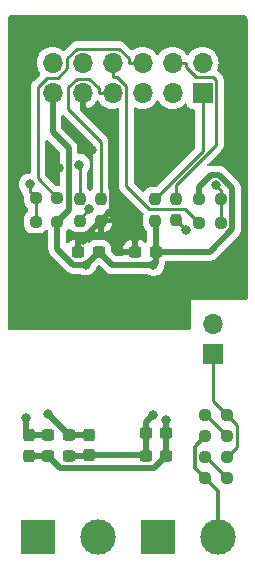
<source format=gbl>
G04 #@! TF.GenerationSoftware,KiCad,Pcbnew,7.0.9-7.0.9~ubuntu20.04.1*
G04 #@! TF.CreationDate,2023-12-17T15:18:06+01:00*
G04 #@! TF.ProjectId,kicad-pmod_rs485,6b696361-642d-4706-9d6f-645f72733438,rev?*
G04 #@! TF.SameCoordinates,Original*
G04 #@! TF.FileFunction,Copper,L2,Bot*
G04 #@! TF.FilePolarity,Positive*
%FSLAX46Y46*%
G04 Gerber Fmt 4.6, Leading zero omitted, Abs format (unit mm)*
G04 Created by KiCad (PCBNEW 7.0.9-7.0.9~ubuntu20.04.1) date 2023-12-17 15:18:06*
%MOMM*%
%LPD*%
G01*
G04 APERTURE LIST*
G04 Aperture macros list*
%AMRoundRect*
0 Rectangle with rounded corners*
0 $1 Rounding radius*
0 $2 $3 $4 $5 $6 $7 $8 $9 X,Y pos of 4 corners*
0 Add a 4 corners polygon primitive as box body*
4,1,4,$2,$3,$4,$5,$6,$7,$8,$9,$2,$3,0*
0 Add four circle primitives for the rounded corners*
1,1,$1+$1,$2,$3*
1,1,$1+$1,$4,$5*
1,1,$1+$1,$6,$7*
1,1,$1+$1,$8,$9*
0 Add four rect primitives between the rounded corners*
20,1,$1+$1,$2,$3,$4,$5,0*
20,1,$1+$1,$4,$5,$6,$7,0*
20,1,$1+$1,$6,$7,$8,$9,0*
20,1,$1+$1,$8,$9,$2,$3,0*%
G04 Aperture macros list end*
G04 #@! TA.AperFunction,ComponentPad*
%ADD10R,3.000000X3.000000*%
G04 #@! TD*
G04 #@! TA.AperFunction,ComponentPad*
%ADD11C,3.000000*%
G04 #@! TD*
G04 #@! TA.AperFunction,ComponentPad*
%ADD12R,1.700000X1.700000*%
G04 #@! TD*
G04 #@! TA.AperFunction,ComponentPad*
%ADD13O,1.700000X1.700000*%
G04 #@! TD*
G04 #@! TA.AperFunction,SMDPad,CuDef*
%ADD14RoundRect,0.237500X-0.237500X0.287500X-0.237500X-0.287500X0.237500X-0.287500X0.237500X0.287500X0*%
G04 #@! TD*
G04 #@! TA.AperFunction,SMDPad,CuDef*
%ADD15RoundRect,0.237500X-0.250000X-0.237500X0.250000X-0.237500X0.250000X0.237500X-0.250000X0.237500X0*%
G04 #@! TD*
G04 #@! TA.AperFunction,SMDPad,CuDef*
%ADD16RoundRect,0.237500X0.300000X0.237500X-0.300000X0.237500X-0.300000X-0.237500X0.300000X-0.237500X0*%
G04 #@! TD*
G04 #@! TA.AperFunction,SMDPad,CuDef*
%ADD17RoundRect,0.237500X-0.300000X-0.237500X0.300000X-0.237500X0.300000X0.237500X-0.300000X0.237500X0*%
G04 #@! TD*
G04 #@! TA.AperFunction,SMDPad,CuDef*
%ADD18RoundRect,0.237500X0.237500X-0.250000X0.237500X0.250000X-0.237500X0.250000X-0.237500X-0.250000X0*%
G04 #@! TD*
G04 #@! TA.AperFunction,SMDPad,CuDef*
%ADD19RoundRect,0.237500X-0.237500X0.250000X-0.237500X-0.250000X0.237500X-0.250000X0.237500X0.250000X0*%
G04 #@! TD*
G04 #@! TA.AperFunction,SMDPad,CuDef*
%ADD20RoundRect,0.237500X0.250000X0.237500X-0.250000X0.237500X-0.250000X-0.237500X0.250000X-0.237500X0*%
G04 #@! TD*
G04 #@! TA.AperFunction,ViaPad*
%ADD21C,0.800000*%
G04 #@! TD*
G04 #@! TA.AperFunction,Conductor*
%ADD22C,0.500000*%
G04 #@! TD*
G04 #@! TA.AperFunction,Conductor*
%ADD23C,0.250000*%
G04 #@! TD*
G04 #@! TA.AperFunction,Conductor*
%ADD24C,0.350000*%
G04 #@! TD*
G04 APERTURE END LIST*
D10*
X130302000Y-105410000D03*
D11*
X135382000Y-105410000D03*
D12*
X135001000Y-89921000D03*
D13*
X135001000Y-87381000D03*
D10*
X120142000Y-105410000D03*
D11*
X125222000Y-105410000D03*
D12*
X134112000Y-67818000D03*
D13*
X134112000Y-65278000D03*
X131572000Y-67818000D03*
X131572000Y-65278000D03*
X129032000Y-67818000D03*
X129032000Y-65278000D03*
X126492000Y-67818000D03*
X126492000Y-65278000D03*
X123952000Y-67818000D03*
X123952000Y-65278000D03*
X121412000Y-67818000D03*
X121412000Y-65278000D03*
D14*
X119380000Y-96788000D03*
X119380000Y-98538000D03*
D15*
X133834500Y-76811500D03*
X135659500Y-76811500D03*
D16*
X122782500Y-98552000D03*
X121057500Y-98552000D03*
D17*
X129312500Y-96647000D03*
X131037500Y-96647000D03*
D18*
X130048000Y-78636500D03*
X130048000Y-76811500D03*
D19*
X131826000Y-76788000D03*
X131826000Y-78613000D03*
D16*
X122782500Y-96774000D03*
X121057500Y-96774000D03*
X125322500Y-81280000D03*
X123597500Y-81280000D03*
D15*
X133834500Y-78843500D03*
X135659500Y-78843500D03*
D16*
X130148500Y-81280000D03*
X128423500Y-81280000D03*
D17*
X129312500Y-98552000D03*
X131037500Y-98552000D03*
D19*
X123698000Y-76811500D03*
X123698000Y-78636500D03*
D14*
X124460000Y-96774000D03*
X124460000Y-98524000D03*
D20*
X121816500Y-78740000D03*
X119991500Y-78740000D03*
D19*
X125476000Y-76811500D03*
X125476000Y-78636500D03*
D20*
X136167500Y-98679000D03*
X134342500Y-98679000D03*
X136167500Y-96901000D03*
X134342500Y-96901000D03*
X121816500Y-76708000D03*
X119991500Y-76708000D03*
X136167500Y-95123000D03*
X134342500Y-95123000D03*
X136167500Y-100457000D03*
X134342500Y-100457000D03*
D21*
X129951500Y-82426600D03*
X124231000Y-82371500D03*
X128423500Y-80116300D03*
X121412000Y-62738000D03*
X124714000Y-72644000D03*
X123952000Y-80264000D03*
X134112000Y-62738000D03*
X130556000Y-72644000D03*
X118364000Y-84074000D03*
X121920000Y-74168000D03*
X120396000Y-86360000D03*
X129921000Y-95098700D03*
X131030100Y-95550000D03*
X121031000Y-95055300D03*
X119194300Y-95381900D03*
X124530000Y-77685900D03*
X132694000Y-79456600D03*
X123681900Y-73895600D03*
X119460900Y-75578000D03*
X135210000Y-75654400D03*
D22*
X130148500Y-81280000D02*
X134721200Y-81280000D01*
X124231000Y-82371500D02*
X125322500Y-81280000D01*
X121412000Y-67818000D02*
X121412000Y-71169300D01*
X130148500Y-81280000D02*
X130148500Y-78737000D01*
X122771700Y-77784800D02*
X121816500Y-78740000D01*
X130148500Y-82229600D02*
X129951500Y-82426600D01*
X122771700Y-72529000D02*
X122771700Y-77784800D01*
X126469100Y-82426600D02*
X125322500Y-81280000D01*
X136605000Y-75846800D02*
X135534200Y-74776000D01*
X124231000Y-82371500D02*
X123165400Y-82371500D01*
X129951500Y-82426600D02*
X126469100Y-82426600D01*
X133834500Y-75803300D02*
X133834500Y-76811500D01*
X123165400Y-82371500D02*
X121816500Y-81022600D01*
X134861800Y-74776000D02*
X133834500Y-75803300D01*
X134721200Y-81280000D02*
X136605000Y-79396200D01*
X130148500Y-81280000D02*
X130148500Y-82229600D01*
X121816500Y-81022600D02*
X121816500Y-78740000D01*
X130148500Y-78737000D02*
X130048000Y-78636500D01*
X135534200Y-74776000D02*
X134861800Y-74776000D01*
X121412000Y-71169300D02*
X122771700Y-72529000D01*
X136605000Y-79396200D02*
X136605000Y-75846800D01*
X125476000Y-78636500D02*
X123597500Y-80515000D01*
X123952000Y-67818000D02*
X123952000Y-69118300D01*
X126227100Y-77919900D02*
X128423500Y-80116300D01*
X126192600Y-77919900D02*
X125476000Y-78636500D01*
X128423500Y-80116300D02*
X128423500Y-81280000D01*
X126424200Y-77722800D02*
X126227100Y-77919900D01*
X126424200Y-71590500D02*
X126424200Y-77722800D01*
X123597500Y-80515000D02*
X123597500Y-81280000D01*
X126227100Y-77919900D02*
X126192600Y-77919900D01*
X123952000Y-69118300D02*
X126424200Y-71590500D01*
X122782500Y-98552000D02*
X124432000Y-98552000D01*
X129312500Y-95707200D02*
X129921000Y-95098700D01*
X129312500Y-98524000D02*
X124460000Y-98524000D01*
X129312500Y-96647000D02*
X129312500Y-95707200D01*
X129312500Y-96647000D02*
X129312500Y-98524000D01*
X129312500Y-98524000D02*
X129312500Y-98552000D01*
X124432000Y-98552000D02*
X124460000Y-98524000D01*
X119394000Y-98552000D02*
X119380000Y-98538000D01*
X121057500Y-98552000D02*
X119394000Y-98552000D01*
X131030100Y-95550000D02*
X131030100Y-96639600D01*
X130038100Y-99551400D02*
X131037500Y-98552000D01*
X121057500Y-98552000D02*
X122056900Y-99551400D01*
X131037500Y-98552000D02*
X131037500Y-96647000D01*
X122056900Y-99551400D02*
X130038100Y-99551400D01*
X131030100Y-96639600D02*
X131037500Y-96647000D01*
X122782500Y-96774000D02*
X121063800Y-95055300D01*
X121063800Y-95055300D02*
X121031000Y-95055300D01*
X124460000Y-96774000D02*
X122782500Y-96774000D01*
X119194300Y-96574300D02*
X119394000Y-96774000D01*
X119194300Y-95381900D02*
X119194300Y-96574300D01*
X119394000Y-96774000D02*
X119380000Y-96788000D01*
X121057500Y-96774000D02*
X119394000Y-96774000D01*
D23*
X123698000Y-78517900D02*
X123698000Y-78636500D01*
X124530000Y-77685900D02*
X123698000Y-78517900D01*
X131850400Y-78613000D02*
X132694000Y-79456600D01*
X131826000Y-78613000D02*
X131850400Y-78613000D01*
X123681900Y-73895600D02*
X123698000Y-73911700D01*
X123698000Y-73911700D02*
X123698000Y-76811500D01*
X132747300Y-65645400D02*
X133555200Y-66453300D01*
X131826000Y-75670400D02*
X131826000Y-76788000D01*
X135287400Y-72209000D02*
X131826000Y-75670400D01*
X134965300Y-66453300D02*
X135287400Y-66775400D01*
X131572000Y-65278000D02*
X132747300Y-65278000D01*
X135287400Y-66775400D02*
X135287400Y-72209000D01*
X133555200Y-66453300D02*
X134965300Y-66453300D01*
X132747300Y-65278000D02*
X132747300Y-65645400D01*
X120186300Y-67337200D02*
X120186300Y-75077800D01*
X122677500Y-65711100D02*
X121840600Y-66548000D01*
X127022700Y-64076700D02*
X123490800Y-64076700D01*
X120186300Y-75077800D02*
X121816500Y-76708000D01*
X122677500Y-64890000D02*
X122677500Y-65711100D01*
X120975500Y-66548000D02*
X120186300Y-67337200D01*
X127856700Y-64910700D02*
X127022700Y-64076700D01*
X129032000Y-65278000D02*
X127856700Y-65278000D01*
X121840600Y-66548000D02*
X120975500Y-66548000D01*
X123490800Y-64076700D02*
X122677500Y-64890000D01*
X127856700Y-65278000D02*
X127856700Y-64910700D01*
X129611100Y-77667500D02*
X127667300Y-75723700D01*
X126492000Y-65278000D02*
X126492000Y-66453300D01*
X126859400Y-66453300D02*
X126492000Y-66453300D01*
X127667300Y-75723700D02*
X127667300Y-67261200D01*
X132658500Y-77667500D02*
X129611100Y-77667500D01*
X127667300Y-67261200D02*
X126859400Y-66453300D01*
X133834500Y-78843500D02*
X132658500Y-77667500D01*
X137022100Y-95977600D02*
X136167500Y-95123000D01*
X137022100Y-97824400D02*
X137022100Y-95977600D01*
X136167500Y-98679000D02*
X137022100Y-97824400D01*
X135001000Y-89921000D02*
X135001000Y-93956500D01*
X135001000Y-93956500D02*
X136167500Y-95123000D01*
D24*
X133473700Y-99588200D02*
X133473700Y-97769800D01*
X135382000Y-105410000D02*
X135382000Y-101496500D01*
X135382000Y-101496500D02*
X134342500Y-100457000D01*
X134342500Y-100457000D02*
X133473700Y-99588200D01*
X133473700Y-97769800D02*
X134342500Y-96901000D01*
D23*
X119991500Y-76708000D02*
X119991500Y-78740000D01*
X119460900Y-76177400D02*
X119991500Y-76708000D01*
X119460900Y-75578000D02*
X119460900Y-76177400D01*
X135659500Y-76103900D02*
X135659500Y-76811500D01*
X135210000Y-75654400D02*
X135659500Y-76103900D01*
X135659500Y-78843500D02*
X135659500Y-76811500D01*
X134112000Y-72747500D02*
X130048000Y-76811500D01*
X134112000Y-67818000D02*
X134112000Y-72747500D01*
X125476000Y-71946500D02*
X125476000Y-76811500D01*
X122736100Y-67359600D02*
X122736100Y-69206600D01*
X123472400Y-66623300D02*
X122736100Y-67359600D01*
X124489300Y-66623300D02*
X123472400Y-66623300D01*
X126492000Y-67818000D02*
X125316700Y-67818000D01*
X125316700Y-67450700D02*
X124489300Y-66623300D01*
X122736100Y-69206600D02*
X125476000Y-71946500D01*
X125316700Y-67818000D02*
X125316700Y-67450700D01*
X134342500Y-95123000D02*
X134389500Y-95123000D01*
X134389500Y-95123000D02*
X136167500Y-96901000D01*
X136167500Y-100457000D02*
X134389500Y-98679000D01*
X134389500Y-98679000D02*
X134342500Y-98679000D01*
G04 #@! TA.AperFunction,Conductor*
G36*
X124202000Y-69148633D02*
G01*
X124415483Y-69091433D01*
X124415492Y-69091429D01*
X124629578Y-68991600D01*
X124823082Y-68856105D01*
X124990105Y-68689082D01*
X125120119Y-68503405D01*
X125174696Y-68459781D01*
X125244195Y-68452588D01*
X125306549Y-68484110D01*
X125323269Y-68503405D01*
X125453505Y-68689401D01*
X125620599Y-68856495D01*
X125717384Y-68924265D01*
X125814165Y-68992032D01*
X125814167Y-68992033D01*
X125814170Y-68992035D01*
X126028337Y-69091903D01*
X126256592Y-69153063D01*
X126433034Y-69168500D01*
X126491999Y-69173659D01*
X126492000Y-69173659D01*
X126492001Y-69173659D01*
X126550966Y-69168500D01*
X126727408Y-69153063D01*
X126885708Y-69110647D01*
X126955556Y-69112310D01*
X127013419Y-69151473D01*
X127040923Y-69215701D01*
X127041800Y-69230422D01*
X127041800Y-75640955D01*
X127040075Y-75656572D01*
X127040361Y-75656599D01*
X127039626Y-75664365D01*
X127041800Y-75733514D01*
X127041800Y-75763043D01*
X127041801Y-75763060D01*
X127042668Y-75769931D01*
X127043126Y-75775750D01*
X127044590Y-75822324D01*
X127044591Y-75822327D01*
X127050180Y-75841567D01*
X127054124Y-75860611D01*
X127056636Y-75880492D01*
X127061404Y-75892535D01*
X127073790Y-75923819D01*
X127075682Y-75929347D01*
X127088681Y-75974088D01*
X127098880Y-75991334D01*
X127107438Y-76008803D01*
X127114814Y-76027432D01*
X127142198Y-76065123D01*
X127145406Y-76070007D01*
X127169127Y-76110116D01*
X127169133Y-76110124D01*
X127183290Y-76124280D01*
X127195927Y-76139075D01*
X127207706Y-76155287D01*
X127240115Y-76182098D01*
X127243609Y-76184988D01*
X127247920Y-76188910D01*
X128639993Y-77580984D01*
X129081614Y-78022605D01*
X129115099Y-78083928D01*
X129111639Y-78149288D01*
X129082826Y-78236242D01*
X129072500Y-78337315D01*
X129072500Y-78935669D01*
X129072501Y-78935687D01*
X129082825Y-79036752D01*
X129119109Y-79146249D01*
X129137092Y-79200516D01*
X129225729Y-79344220D01*
X129227661Y-79347351D01*
X129349649Y-79469339D01*
X129350911Y-79470337D01*
X129351551Y-79471241D01*
X129354757Y-79474447D01*
X129354209Y-79474994D01*
X129391288Y-79527359D01*
X129398000Y-79567603D01*
X129398000Y-80374655D01*
X129378315Y-80441694D01*
X129325511Y-80487449D01*
X129256353Y-80497393D01*
X129192797Y-80468368D01*
X129186319Y-80462336D01*
X129184038Y-80460055D01*
X129184034Y-80460052D01*
X129037311Y-80369551D01*
X129037300Y-80369546D01*
X128873652Y-80315319D01*
X128772654Y-80305000D01*
X128673500Y-80305000D01*
X128673500Y-81406000D01*
X128653815Y-81473039D01*
X128601011Y-81518794D01*
X128549500Y-81530000D01*
X127386001Y-81530000D01*
X127386001Y-81552100D01*
X127366316Y-81619139D01*
X127313512Y-81664894D01*
X127262001Y-81676100D01*
X126831330Y-81676100D01*
X126764291Y-81656415D01*
X126743649Y-81639781D01*
X126396818Y-81292950D01*
X126363333Y-81231627D01*
X126360499Y-81205269D01*
X126360499Y-81030000D01*
X127386000Y-81030000D01*
X128173500Y-81030000D01*
X128173500Y-80304999D01*
X128074360Y-80305000D01*
X128074344Y-80305001D01*
X127973347Y-80315319D01*
X127809699Y-80369546D01*
X127809688Y-80369551D01*
X127662965Y-80460052D01*
X127662961Y-80460055D01*
X127541055Y-80581961D01*
X127541052Y-80581965D01*
X127450551Y-80728688D01*
X127450546Y-80728699D01*
X127396319Y-80892347D01*
X127386000Y-80993345D01*
X127386000Y-81030000D01*
X126360499Y-81030000D01*
X126360499Y-80993330D01*
X126360498Y-80993313D01*
X126350174Y-80892247D01*
X126295908Y-80728484D01*
X126205340Y-80581650D01*
X126083350Y-80459660D01*
X125983299Y-80397948D01*
X125936518Y-80369093D01*
X125936513Y-80369091D01*
X125935069Y-80368612D01*
X125772753Y-80314826D01*
X125772751Y-80314825D01*
X125671678Y-80304500D01*
X124973330Y-80304500D01*
X124973312Y-80304501D01*
X124872247Y-80314825D01*
X124708484Y-80369092D01*
X124708481Y-80369093D01*
X124561648Y-80459661D01*
X124547325Y-80473984D01*
X124486001Y-80507468D01*
X124416309Y-80502482D01*
X124371965Y-80473982D01*
X124358038Y-80460055D01*
X124358034Y-80460052D01*
X124211311Y-80369551D01*
X124211300Y-80369546D01*
X124047652Y-80315319D01*
X123946654Y-80305000D01*
X123847500Y-80305000D01*
X123847500Y-81406000D01*
X123827815Y-81473039D01*
X123775011Y-81518794D01*
X123723500Y-81530000D01*
X123471500Y-81530000D01*
X123404461Y-81510315D01*
X123358706Y-81457511D01*
X123347500Y-81406000D01*
X123347500Y-80304999D01*
X123248360Y-80305000D01*
X123248344Y-80305001D01*
X123147347Y-80315319D01*
X122983699Y-80369546D01*
X122983688Y-80369551D01*
X122836965Y-80460052D01*
X122836961Y-80460055D01*
X122778681Y-80518336D01*
X122717358Y-80551821D01*
X122647666Y-80546837D01*
X122591733Y-80504965D01*
X122567316Y-80439501D01*
X122567000Y-80430655D01*
X122567000Y-79572052D01*
X122586685Y-79505013D01*
X122603319Y-79484371D01*
X122625635Y-79462055D01*
X122649340Y-79438350D01*
X122688832Y-79374323D01*
X122740777Y-79327600D01*
X122809739Y-79316377D01*
X122873822Y-79344220D01*
X122882050Y-79351740D01*
X122999650Y-79469340D01*
X123146484Y-79559908D01*
X123310247Y-79614174D01*
X123411323Y-79624500D01*
X123984676Y-79624499D01*
X123984684Y-79624498D01*
X123984687Y-79624498D01*
X124040030Y-79618844D01*
X124085753Y-79614174D01*
X124249516Y-79559908D01*
X124396350Y-79469340D01*
X124499675Y-79366014D01*
X124560994Y-79332532D01*
X124630686Y-79337516D01*
X124675034Y-79366017D01*
X124777961Y-79468944D01*
X124777965Y-79468947D01*
X124924688Y-79559448D01*
X124924699Y-79559453D01*
X125088347Y-79613680D01*
X125189352Y-79623999D01*
X125226000Y-79623999D01*
X125226000Y-78886500D01*
X125726000Y-78886500D01*
X125726000Y-79623999D01*
X125762640Y-79623999D01*
X125762654Y-79623998D01*
X125863652Y-79613680D01*
X126027300Y-79559453D01*
X126027311Y-79559448D01*
X126174034Y-79468947D01*
X126174038Y-79468944D01*
X126295944Y-79347038D01*
X126295947Y-79347034D01*
X126386448Y-79200311D01*
X126386453Y-79200300D01*
X126440680Y-79036652D01*
X126450999Y-78935654D01*
X126451000Y-78935641D01*
X126451000Y-78886500D01*
X125726000Y-78886500D01*
X125226000Y-78886500D01*
X125226000Y-78510500D01*
X125245685Y-78443461D01*
X125298489Y-78397706D01*
X125350000Y-78386500D01*
X126450999Y-78386500D01*
X126450999Y-78337360D01*
X126450998Y-78337345D01*
X126440680Y-78236347D01*
X126386453Y-78072699D01*
X126386448Y-78072688D01*
X126295947Y-77925965D01*
X126295944Y-77925961D01*
X126182017Y-77812034D01*
X126148532Y-77750711D01*
X126153516Y-77681019D01*
X126182013Y-77636676D01*
X126296340Y-77522350D01*
X126386908Y-77375516D01*
X126441174Y-77211753D01*
X126451500Y-77110677D01*
X126451499Y-76512324D01*
X126449098Y-76488824D01*
X126441174Y-76411247D01*
X126430898Y-76380237D01*
X126386908Y-76247484D01*
X126296340Y-76100650D01*
X126174350Y-75978660D01*
X126166938Y-75974088D01*
X126160400Y-75970055D01*
X126113677Y-75918105D01*
X126101500Y-75864518D01*
X126101500Y-72029242D01*
X126103224Y-72013622D01*
X126102939Y-72013595D01*
X126103673Y-72005833D01*
X126101500Y-71936672D01*
X126101500Y-71907156D01*
X126101500Y-71907150D01*
X126100631Y-71900279D01*
X126100173Y-71894452D01*
X126098710Y-71847873D01*
X126093119Y-71828630D01*
X126089173Y-71809578D01*
X126086664Y-71789708D01*
X126069504Y-71746367D01*
X126067624Y-71740879D01*
X126054618Y-71696110D01*
X126044422Y-71678870D01*
X126035861Y-71661394D01*
X126028487Y-71642770D01*
X126028486Y-71642768D01*
X126001079Y-71605045D01*
X125997888Y-71600186D01*
X125974172Y-71560083D01*
X125974165Y-71560074D01*
X125960006Y-71545915D01*
X125947368Y-71531119D01*
X125935594Y-71514913D01*
X125899688Y-71485209D01*
X125895376Y-71481286D01*
X123723176Y-69309085D01*
X123689691Y-69247762D01*
X123694675Y-69178070D01*
X123702000Y-69168162D01*
X123702000Y-68253501D01*
X123809685Y-68302680D01*
X123916237Y-68318000D01*
X123987763Y-68318000D01*
X124094315Y-68302680D01*
X124202000Y-68253501D01*
X124202000Y-69148633D01*
G37*
G04 #@! TD.AperFunction*
G04 #@! TA.AperFunction,Conductor*
G36*
X130386855Y-68484546D02*
G01*
X130403575Y-68503842D01*
X130533281Y-68689082D01*
X130533505Y-68689401D01*
X130700599Y-68856495D01*
X130797384Y-68924265D01*
X130894165Y-68992032D01*
X130894167Y-68992033D01*
X130894170Y-68992035D01*
X131108337Y-69091903D01*
X131336592Y-69153063D01*
X131513034Y-69168500D01*
X131571999Y-69173659D01*
X131572000Y-69173659D01*
X131572001Y-69173659D01*
X131630966Y-69168500D01*
X131807408Y-69153063D01*
X132035663Y-69091903D01*
X132249830Y-68992035D01*
X132443401Y-68856495D01*
X132565329Y-68734566D01*
X132626648Y-68701084D01*
X132696340Y-68706068D01*
X132752274Y-68747939D01*
X132769189Y-68778917D01*
X132818202Y-68910328D01*
X132818206Y-68910335D01*
X132904452Y-69025544D01*
X132904455Y-69025547D01*
X133019664Y-69111793D01*
X133019671Y-69111797D01*
X133064618Y-69128561D01*
X133154517Y-69162091D01*
X133214127Y-69168500D01*
X133362500Y-69168499D01*
X133429539Y-69188183D01*
X133475294Y-69240987D01*
X133486500Y-69292499D01*
X133486500Y-72437046D01*
X133466815Y-72504085D01*
X133450181Y-72524727D01*
X130187726Y-75787181D01*
X130126403Y-75820666D01*
X130100045Y-75823500D01*
X129761331Y-75823500D01*
X129761312Y-75823501D01*
X129660247Y-75833825D01*
X129496484Y-75888092D01*
X129496481Y-75888093D01*
X129349648Y-75978661D01*
X129227659Y-76100650D01*
X129195989Y-76151996D01*
X129144041Y-76198720D01*
X129075078Y-76209941D01*
X129010996Y-76182098D01*
X129002770Y-76174579D01*
X128329119Y-75500928D01*
X128295634Y-75439605D01*
X128292800Y-75413247D01*
X128292800Y-69158058D01*
X128312485Y-69091019D01*
X128365289Y-69045264D01*
X128434447Y-69035320D01*
X128469199Y-69045674D01*
X128568337Y-69091903D01*
X128796592Y-69153063D01*
X128973034Y-69168500D01*
X129031999Y-69173659D01*
X129032000Y-69173659D01*
X129032001Y-69173659D01*
X129090966Y-69168500D01*
X129267408Y-69153063D01*
X129495663Y-69091903D01*
X129709830Y-68992035D01*
X129903401Y-68856495D01*
X130070495Y-68689401D01*
X130200425Y-68503842D01*
X130255002Y-68460217D01*
X130324500Y-68453023D01*
X130386855Y-68484546D01*
G37*
G04 #@! TD.AperFunction*
G04 #@! TA.AperFunction,Conductor*
G36*
X122367703Y-69723239D02*
G01*
X122374181Y-69729271D01*
X124814181Y-72169271D01*
X124847666Y-72230594D01*
X124850500Y-72256952D01*
X124850500Y-75864518D01*
X124830815Y-75931557D01*
X124791600Y-75970055D01*
X124777650Y-75978660D01*
X124777649Y-75978660D01*
X124674681Y-76081629D01*
X124613358Y-76115114D01*
X124543666Y-76110130D01*
X124499319Y-76081629D01*
X124396350Y-75978660D01*
X124382400Y-75970055D01*
X124335677Y-75918105D01*
X124323500Y-75864518D01*
X124323500Y-74576406D01*
X124343185Y-74509367D01*
X124355350Y-74493434D01*
X124414433Y-74427816D01*
X124509079Y-74263884D01*
X124567574Y-74083856D01*
X124587360Y-73895600D01*
X124567574Y-73707344D01*
X124509079Y-73527316D01*
X124414433Y-73363384D01*
X124287771Y-73222712D01*
X124287770Y-73222711D01*
X124134634Y-73111451D01*
X124134629Y-73111448D01*
X123961707Y-73034457D01*
X123961702Y-73034455D01*
X123815901Y-73003465D01*
X123776546Y-72995100D01*
X123646200Y-72995100D01*
X123579161Y-72975415D01*
X123533406Y-72922611D01*
X123522200Y-72871100D01*
X123522200Y-72592705D01*
X123523509Y-72574735D01*
X123526989Y-72550974D01*
X123522436Y-72498939D01*
X123522200Y-72493532D01*
X123522200Y-72485296D01*
X123522200Y-72485291D01*
X123518391Y-72452705D01*
X123511698Y-72376203D01*
X123511695Y-72376194D01*
X123510238Y-72369135D01*
X123510298Y-72369122D01*
X123508666Y-72361764D01*
X123508608Y-72361778D01*
X123506941Y-72354747D01*
X123506941Y-72354745D01*
X123480669Y-72282563D01*
X123456514Y-72209666D01*
X123453462Y-72203121D01*
X123453515Y-72203095D01*
X123450231Y-72196311D01*
X123450179Y-72196338D01*
X123446936Y-72189882D01*
X123440112Y-72179507D01*
X123404734Y-72125716D01*
X123364412Y-72060344D01*
X123364410Y-72060342D01*
X123359934Y-72054681D01*
X123359980Y-72054643D01*
X123355219Y-72048799D01*
X123355174Y-72048838D01*
X123350534Y-72043308D01*
X123294682Y-71990613D01*
X122198819Y-70894750D01*
X122165334Y-70833427D01*
X122162500Y-70807069D01*
X122162500Y-69816952D01*
X122182185Y-69749913D01*
X122234989Y-69704158D01*
X122304147Y-69694214D01*
X122367703Y-69723239D01*
G37*
G04 #@! TD.AperFunction*
G04 #@! TA.AperFunction,Conductor*
G36*
X121017003Y-71836117D02*
G01*
X121023481Y-71842149D01*
X121984881Y-72803548D01*
X122018366Y-72864871D01*
X122021200Y-72891229D01*
X122021200Y-75608500D01*
X122001515Y-75675539D01*
X121948711Y-75721294D01*
X121897200Y-75732500D01*
X121776952Y-75732500D01*
X121709913Y-75712815D01*
X121689271Y-75696181D01*
X120848119Y-74855028D01*
X120814634Y-74793705D01*
X120811800Y-74767347D01*
X120811800Y-71929830D01*
X120831485Y-71862791D01*
X120884289Y-71817036D01*
X120953447Y-71807092D01*
X121017003Y-71836117D01*
G37*
G04 #@! TD.AperFunction*
G04 #@! TA.AperFunction,Conductor*
G36*
X124145039Y-67268485D02*
G01*
X124190794Y-67321289D01*
X124202000Y-67372800D01*
X124202000Y-67382498D01*
X124094315Y-67333320D01*
X123987763Y-67318000D01*
X123916237Y-67318000D01*
X123809685Y-67333320D01*
X123702000Y-67382498D01*
X123702000Y-67372800D01*
X123721685Y-67305761D01*
X123774489Y-67260006D01*
X123826000Y-67248800D01*
X124078000Y-67248800D01*
X124145039Y-67268485D01*
G37*
G04 #@! TD.AperFunction*
G04 #@! TA.AperFunction,Conductor*
G36*
X124202000Y-65873800D02*
G01*
X124182315Y-65940839D01*
X124129511Y-65986594D01*
X124078000Y-65997800D01*
X123826000Y-65997800D01*
X123758961Y-65978115D01*
X123713206Y-65925311D01*
X123702000Y-65873800D01*
X123702000Y-65713501D01*
X123809685Y-65762680D01*
X123916237Y-65778000D01*
X123987763Y-65778000D01*
X124094315Y-65762680D01*
X124202000Y-65713501D01*
X124202000Y-65873800D01*
G37*
G04 #@! TD.AperFunction*
G04 #@! TA.AperFunction,Conductor*
G36*
X137545030Y-61215031D02*
G01*
X137551746Y-61215914D01*
X137559709Y-61216963D01*
X137633327Y-61228622D01*
X137661367Y-61236530D01*
X137685809Y-61246654D01*
X137690190Y-61248674D01*
X137737076Y-61272564D01*
X137756258Y-61284667D01*
X137775594Y-61299503D01*
X137781353Y-61303923D01*
X137787448Y-61309267D01*
X137826730Y-61348549D01*
X137832075Y-61354645D01*
X137851327Y-61379733D01*
X137863435Y-61398924D01*
X137876084Y-61423748D01*
X137887318Y-61445796D01*
X137889352Y-61450208D01*
X137899466Y-61474625D01*
X137907377Y-61502676D01*
X137907379Y-61502683D01*
X137919037Y-61576296D01*
X137920969Y-61590967D01*
X137921500Y-61599069D01*
X137921500Y-85220000D01*
X137901815Y-85287039D01*
X137849011Y-85332794D01*
X137797500Y-85344000D01*
X133096000Y-85344000D01*
X133096000Y-87760000D01*
X133076315Y-87827039D01*
X133023511Y-87872794D01*
X132972000Y-87884000D01*
X117726500Y-87884000D01*
X117659461Y-87864315D01*
X117613706Y-87811511D01*
X117602500Y-87760000D01*
X117602500Y-75578000D01*
X118555440Y-75578000D01*
X118575226Y-75766256D01*
X118575227Y-75766259D01*
X118633718Y-75946277D01*
X118633721Y-75946284D01*
X118728366Y-76110215D01*
X118806399Y-76196880D01*
X118836629Y-76259872D01*
X118838187Y-76275946D01*
X118838189Y-76276018D01*
X118838189Y-76276021D01*
X118838191Y-76276027D01*
X118843780Y-76295267D01*
X118847724Y-76314311D01*
X118850236Y-76334191D01*
X118867390Y-76377519D01*
X118869282Y-76383047D01*
X118882281Y-76427788D01*
X118892480Y-76445034D01*
X118901036Y-76462500D01*
X118908414Y-76481132D01*
X118931067Y-76512312D01*
X118935798Y-76518823D01*
X118939006Y-76523707D01*
X118962727Y-76563816D01*
X118962729Y-76563819D01*
X118962730Y-76563820D01*
X118967178Y-76568268D01*
X119000665Y-76629588D01*
X119003500Y-76655952D01*
X119003500Y-76994668D01*
X119003501Y-76994687D01*
X119013825Y-77095752D01*
X119068092Y-77259515D01*
X119068093Y-77259518D01*
X119102395Y-77315129D01*
X119139641Y-77375516D01*
X119158661Y-77406351D01*
X119280650Y-77528340D01*
X119307096Y-77544652D01*
X119353821Y-77596600D01*
X119366000Y-77650191D01*
X119366000Y-77797808D01*
X119346315Y-77864847D01*
X119307099Y-77903345D01*
X119280652Y-77919657D01*
X119158661Y-78041648D01*
X119068093Y-78188481D01*
X119068092Y-78188484D01*
X119013826Y-78352247D01*
X119013826Y-78352248D01*
X119013825Y-78352248D01*
X119003500Y-78453315D01*
X119003500Y-79026669D01*
X119003501Y-79026687D01*
X119013825Y-79127752D01*
X119068092Y-79291515D01*
X119068093Y-79291518D01*
X119083426Y-79316377D01*
X119158660Y-79438350D01*
X119280650Y-79560340D01*
X119427484Y-79650908D01*
X119591247Y-79705174D01*
X119692323Y-79715500D01*
X120290676Y-79715499D01*
X120290684Y-79715498D01*
X120290687Y-79715498D01*
X120346030Y-79709844D01*
X120391753Y-79705174D01*
X120555516Y-79650908D01*
X120702350Y-79560340D01*
X120816319Y-79446371D01*
X120877642Y-79412886D01*
X120947334Y-79417870D01*
X120991681Y-79446371D01*
X121029681Y-79484371D01*
X121063166Y-79545694D01*
X121066000Y-79572052D01*
X121066000Y-80958894D01*
X121064691Y-80976863D01*
X121061210Y-81000625D01*
X121065764Y-81052664D01*
X121066000Y-81058070D01*
X121066000Y-81066309D01*
X121069806Y-81098874D01*
X121076500Y-81175391D01*
X121077961Y-81182467D01*
X121077903Y-81182478D01*
X121079534Y-81189837D01*
X121079592Y-81189824D01*
X121081257Y-81196850D01*
X121107525Y-81269024D01*
X121131685Y-81341931D01*
X121134736Y-81348474D01*
X121134682Y-81348498D01*
X121137970Y-81355288D01*
X121138021Y-81355263D01*
X121141261Y-81361713D01*
X121141262Y-81361714D01*
X121141263Y-81361717D01*
X121170388Y-81406000D01*
X121183465Y-81425883D01*
X121223787Y-81491255D01*
X121228266Y-81496919D01*
X121228219Y-81496956D01*
X121232982Y-81502802D01*
X121233028Y-81502764D01*
X121237673Y-81508300D01*
X121293518Y-81560986D01*
X122589667Y-82857134D01*
X122601448Y-82870766D01*
X122615790Y-82890030D01*
X122655820Y-82923619D01*
X122659792Y-82927259D01*
X122665624Y-82933091D01*
X122665627Y-82933094D01*
X122691347Y-82953431D01*
X122750188Y-83002804D01*
X122756218Y-83006770D01*
X122756185Y-83006819D01*
X122762547Y-83010872D01*
X122762579Y-83010821D01*
X122768719Y-83014608D01*
X122768723Y-83014611D01*
X122803532Y-83030843D01*
X122838341Y-83047075D01*
X122906965Y-83081539D01*
X122906967Y-83081540D01*
X122906969Y-83081540D01*
X122913757Y-83084011D01*
X122913736Y-83084067D01*
X122920855Y-83086542D01*
X122920874Y-83086486D01*
X122927729Y-83088758D01*
X123002962Y-83104291D01*
X123077679Y-83122000D01*
X123077689Y-83122000D01*
X123084852Y-83122838D01*
X123084844Y-83122897D01*
X123092345Y-83123664D01*
X123092351Y-83123605D01*
X123099540Y-83124234D01*
X123099544Y-83124233D01*
X123099545Y-83124234D01*
X123176318Y-83122000D01*
X123691663Y-83122000D01*
X123758702Y-83141685D01*
X123764548Y-83145682D01*
X123778265Y-83155648D01*
X123778270Y-83155651D01*
X123951192Y-83232642D01*
X123951197Y-83232644D01*
X124136354Y-83272000D01*
X124136355Y-83272000D01*
X124325644Y-83272000D01*
X124325646Y-83272000D01*
X124510803Y-83232644D01*
X124683730Y-83155651D01*
X124836871Y-83044388D01*
X124963533Y-82903716D01*
X125058179Y-82739784D01*
X125113522Y-82569455D01*
X125143769Y-82520097D01*
X125234818Y-82429047D01*
X125296141Y-82395563D01*
X125365833Y-82400547D01*
X125410180Y-82429048D01*
X125893367Y-82912234D01*
X125905148Y-82925866D01*
X125910456Y-82932996D01*
X125919490Y-82945130D01*
X125959520Y-82978719D01*
X125963492Y-82982359D01*
X125969323Y-82988190D01*
X125969322Y-82988190D01*
X125987803Y-83002802D01*
X125995044Y-83008527D01*
X126053886Y-83057902D01*
X126053894Y-83057906D01*
X126059924Y-83061873D01*
X126059890Y-83061923D01*
X126066237Y-83065966D01*
X126066269Y-83065916D01*
X126072418Y-83069708D01*
X126072420Y-83069709D01*
X126072423Y-83069711D01*
X126142030Y-83102169D01*
X126210667Y-83136640D01*
X126210676Y-83136642D01*
X126217455Y-83139110D01*
X126217434Y-83139167D01*
X126224551Y-83141640D01*
X126224570Y-83141584D01*
X126231430Y-83143857D01*
X126288552Y-83155651D01*
X126306632Y-83159384D01*
X126381379Y-83177100D01*
X126381388Y-83177100D01*
X126388552Y-83177938D01*
X126388545Y-83177997D01*
X126396046Y-83178763D01*
X126396052Y-83178704D01*
X126403240Y-83179333D01*
X126403243Y-83179332D01*
X126403244Y-83179333D01*
X126479998Y-83177100D01*
X129412163Y-83177100D01*
X129479202Y-83196785D01*
X129485048Y-83200782D01*
X129498765Y-83210748D01*
X129498770Y-83210751D01*
X129671692Y-83287742D01*
X129671697Y-83287744D01*
X129856854Y-83327100D01*
X129856855Y-83327100D01*
X130046144Y-83327100D01*
X130046146Y-83327100D01*
X130231303Y-83287744D01*
X130404230Y-83210751D01*
X130557371Y-83099488D01*
X130684033Y-82958816D01*
X130778679Y-82794884D01*
X130837174Y-82614856D01*
X130846012Y-82530755D01*
X130856497Y-82494984D01*
X130856067Y-82494828D01*
X130858518Y-82488091D01*
X130858530Y-82488052D01*
X130858540Y-82488032D01*
X130861008Y-82481250D01*
X130861066Y-82481271D01*
X130863543Y-82474147D01*
X130863486Y-82474128D01*
X130865757Y-82467273D01*
X130881292Y-82392034D01*
X130898998Y-82317328D01*
X130899000Y-82317321D01*
X130899000Y-82317310D01*
X130899838Y-82310148D01*
X130899898Y-82310155D01*
X130900664Y-82302655D01*
X130900605Y-82302650D01*
X130901234Y-82295460D01*
X130899000Y-82218683D01*
X130899000Y-82162052D01*
X130918685Y-82095013D01*
X130935319Y-82074371D01*
X130942871Y-82066819D01*
X131004194Y-82033334D01*
X131030552Y-82030500D01*
X134657495Y-82030500D01*
X134675465Y-82031809D01*
X134699223Y-82035289D01*
X134751268Y-82030735D01*
X134756670Y-82030500D01*
X134764904Y-82030500D01*
X134764909Y-82030500D01*
X134776527Y-82029141D01*
X134797476Y-82026693D01*
X134810228Y-82025577D01*
X134873997Y-82019999D01*
X134874005Y-82019996D01*
X134881066Y-82018539D01*
X134881078Y-82018598D01*
X134888443Y-82016965D01*
X134888429Y-82016906D01*
X134895446Y-82015241D01*
X134895455Y-82015241D01*
X134967623Y-81988974D01*
X135040534Y-81964814D01*
X135040543Y-81964807D01*
X135047082Y-81961760D01*
X135047108Y-81961816D01*
X135053890Y-81958532D01*
X135053863Y-81958478D01*
X135060306Y-81955240D01*
X135060317Y-81955237D01*
X135124483Y-81913034D01*
X135189856Y-81872712D01*
X135189862Y-81872705D01*
X135195525Y-81868229D01*
X135195562Y-81868277D01*
X135201404Y-81863518D01*
X135201364Y-81863471D01*
X135206886Y-81858836D01*
X135206896Y-81858830D01*
X135228598Y-81835825D01*
X135259586Y-81802982D01*
X136770345Y-80292221D01*
X137090638Y-79971927D01*
X137104267Y-79960150D01*
X137123530Y-79945810D01*
X137123532Y-79945806D01*
X137123534Y-79945806D01*
X137141663Y-79924199D01*
X137157113Y-79905785D01*
X137160767Y-79901799D01*
X137166591Y-79895976D01*
X137186930Y-79870252D01*
X137236302Y-79811414D01*
X137236306Y-79811405D01*
X137240274Y-79805375D01*
X137240325Y-79805408D01*
X137244369Y-79799060D01*
X137244317Y-79799028D01*
X137248104Y-79792885D01*
X137248111Y-79792877D01*
X137280572Y-79723263D01*
X137315040Y-79654633D01*
X137315041Y-79654627D01*
X137317508Y-79647850D01*
X137317566Y-79647871D01*
X137320043Y-79640744D01*
X137319986Y-79640726D01*
X137322255Y-79633879D01*
X137322256Y-79633874D01*
X137322257Y-79633872D01*
X137337790Y-79558641D01*
X137355500Y-79483921D01*
X137355500Y-79483919D01*
X137356339Y-79476748D01*
X137356398Y-79476754D01*
X137357164Y-79469254D01*
X137357105Y-79469249D01*
X137357734Y-79462059D01*
X137355500Y-79385282D01*
X137355500Y-75910505D01*
X137356809Y-75892535D01*
X137358573Y-75880491D01*
X137360289Y-75868777D01*
X137359916Y-75864518D01*
X137355736Y-75816734D01*
X137355500Y-75811328D01*
X137355500Y-75803097D01*
X137355500Y-75803091D01*
X137351693Y-75770524D01*
X137348170Y-75730251D01*
X137344999Y-75694001D01*
X137343539Y-75686929D01*
X137343597Y-75686916D01*
X137341965Y-75679557D01*
X137341906Y-75679572D01*
X137340242Y-75672553D01*
X137340241Y-75672545D01*
X137313974Y-75600376D01*
X137289814Y-75527466D01*
X137289809Y-75527459D01*
X137286760Y-75520918D01*
X137286815Y-75520891D01*
X137283533Y-75514113D01*
X137283480Y-75514140D01*
X137280235Y-75507680D01*
X137238028Y-75443508D01*
X137204864Y-75389740D01*
X137197712Y-75378145D01*
X137197711Y-75378144D01*
X137197710Y-75378142D01*
X137193234Y-75372482D01*
X137193281Y-75372444D01*
X137188519Y-75366599D01*
X137188474Y-75366638D01*
X137183834Y-75361109D01*
X137183832Y-75361107D01*
X137183830Y-75361104D01*
X137150076Y-75329259D01*
X137127965Y-75308397D01*
X136109929Y-74290361D01*
X136098149Y-74276730D01*
X136088580Y-74263877D01*
X136083812Y-74257472D01*
X136078523Y-74253034D01*
X136043787Y-74223886D01*
X136039812Y-74220244D01*
X136036890Y-74217322D01*
X136033980Y-74214411D01*
X136008240Y-74194059D01*
X135949409Y-74144694D01*
X135943380Y-74140729D01*
X135943412Y-74140680D01*
X135937053Y-74136628D01*
X135937022Y-74136679D01*
X135930880Y-74132891D01*
X135930878Y-74132890D01*
X135930877Y-74132889D01*
X135891674Y-74114608D01*
X135861258Y-74100424D01*
X135827094Y-74083267D01*
X135792633Y-74065960D01*
X135792631Y-74065959D01*
X135792630Y-74065959D01*
X135785845Y-74063489D01*
X135785865Y-74063433D01*
X135778749Y-74060959D01*
X135778731Y-74061015D01*
X135771871Y-74058742D01*
X135742312Y-74052639D01*
X135696634Y-74043207D01*
X135647672Y-74031603D01*
X135621919Y-74025499D01*
X135614747Y-74024661D01*
X135614753Y-74024601D01*
X135607255Y-74023835D01*
X135607250Y-74023895D01*
X135600060Y-74023265D01*
X135523283Y-74025500D01*
X134925505Y-74025500D01*
X134907535Y-74024191D01*
X134883772Y-74020710D01*
X134839312Y-74024601D01*
X134831731Y-74025264D01*
X134826330Y-74025500D01*
X134818089Y-74025500D01*
X134796379Y-74028037D01*
X134785524Y-74029306D01*
X134770219Y-74030645D01*
X134708999Y-74036001D01*
X134701932Y-74037460D01*
X134701920Y-74037404D01*
X134694563Y-74039035D01*
X134694577Y-74039092D01*
X134687544Y-74040759D01*
X134667069Y-74048211D01*
X134597340Y-74052639D01*
X134536286Y-74018666D01*
X134503291Y-73957078D01*
X134508832Y-73887428D01*
X134536981Y-73844008D01*
X135671188Y-72709801D01*
X135683442Y-72699986D01*
X135683259Y-72699764D01*
X135689266Y-72694792D01*
X135689277Y-72694786D01*
X135720175Y-72661882D01*
X135736627Y-72644364D01*
X135747071Y-72633918D01*
X135757520Y-72623471D01*
X135761779Y-72617978D01*
X135765552Y-72613561D01*
X135797462Y-72579582D01*
X135807115Y-72562020D01*
X135817789Y-72545770D01*
X135830073Y-72529936D01*
X135848580Y-72487167D01*
X135851149Y-72481924D01*
X135853353Y-72477913D01*
X135873597Y-72441092D01*
X135878577Y-72421691D01*
X135884878Y-72403288D01*
X135892838Y-72384896D01*
X135900130Y-72338849D01*
X135901311Y-72333152D01*
X135912900Y-72288019D01*
X135912900Y-72267983D01*
X135914427Y-72248582D01*
X135917276Y-72230594D01*
X135917560Y-72228804D01*
X135913175Y-72182415D01*
X135912900Y-72176577D01*
X135912900Y-66858137D01*
X135914624Y-66842523D01*
X135914338Y-66842496D01*
X135915072Y-66834733D01*
X135913919Y-66798051D01*
X135912900Y-66765603D01*
X135912900Y-66736050D01*
X135912029Y-66729159D01*
X135911572Y-66723345D01*
X135910109Y-66676772D01*
X135904522Y-66657544D01*
X135900574Y-66638484D01*
X135899863Y-66632855D01*
X135898064Y-66618608D01*
X135880907Y-66575275D01*
X135879019Y-66569759D01*
X135866019Y-66525012D01*
X135855818Y-66507763D01*
X135847260Y-66490294D01*
X135839886Y-66471668D01*
X135839883Y-66471664D01*
X135839883Y-66471663D01*
X135812498Y-66433971D01*
X135809290Y-66429087D01*
X135785572Y-66388982D01*
X135785563Y-66388971D01*
X135771405Y-66374813D01*
X135758770Y-66360020D01*
X135746993Y-66343812D01*
X135711093Y-66314113D01*
X135706781Y-66310190D01*
X135466103Y-66069512D01*
X135456280Y-66057250D01*
X135456059Y-66057434D01*
X135451086Y-66051423D01*
X135427948Y-66029695D01*
X135400664Y-66004073D01*
X135389731Y-65993140D01*
X135379773Y-65983181D01*
X135376853Y-65980607D01*
X135377438Y-65979942D01*
X135338877Y-65926549D01*
X135335086Y-65856782D01*
X135343400Y-65832808D01*
X135385903Y-65741663D01*
X135447063Y-65513408D01*
X135467659Y-65278000D01*
X135447063Y-65042592D01*
X135385903Y-64814337D01*
X135286035Y-64600171D01*
X135280425Y-64592158D01*
X135150494Y-64406597D01*
X134983402Y-64239506D01*
X134983395Y-64239501D01*
X134983286Y-64239425D01*
X134931558Y-64203204D01*
X134789834Y-64103967D01*
X134789830Y-64103965D01*
X134789828Y-64103964D01*
X134575663Y-64004097D01*
X134575659Y-64004096D01*
X134575655Y-64004094D01*
X134347413Y-63942938D01*
X134347403Y-63942936D01*
X134112001Y-63922341D01*
X134111999Y-63922341D01*
X133876596Y-63942936D01*
X133876586Y-63942938D01*
X133648344Y-64004094D01*
X133648335Y-64004098D01*
X133434171Y-64103964D01*
X133434169Y-64103965D01*
X133240597Y-64239505D01*
X133073505Y-64406597D01*
X132943575Y-64592158D01*
X132888998Y-64635783D01*
X132819500Y-64642977D01*
X132757145Y-64611454D01*
X132740425Y-64592158D01*
X132610494Y-64406597D01*
X132443402Y-64239506D01*
X132443395Y-64239501D01*
X132443286Y-64239425D01*
X132391558Y-64203204D01*
X132249834Y-64103967D01*
X132249830Y-64103965D01*
X132249828Y-64103964D01*
X132035663Y-64004097D01*
X132035659Y-64004096D01*
X132035655Y-64004094D01*
X131807413Y-63942938D01*
X131807403Y-63942936D01*
X131572001Y-63922341D01*
X131571999Y-63922341D01*
X131336596Y-63942936D01*
X131336586Y-63942938D01*
X131108344Y-64004094D01*
X131108335Y-64004098D01*
X130894171Y-64103964D01*
X130894169Y-64103965D01*
X130700597Y-64239505D01*
X130533505Y-64406597D01*
X130403575Y-64592158D01*
X130348998Y-64635783D01*
X130279500Y-64642977D01*
X130217145Y-64611454D01*
X130200425Y-64592158D01*
X130070494Y-64406597D01*
X129903402Y-64239506D01*
X129903395Y-64239501D01*
X129903286Y-64239425D01*
X129851558Y-64203204D01*
X129709834Y-64103967D01*
X129709830Y-64103965D01*
X129709828Y-64103964D01*
X129495663Y-64004097D01*
X129495659Y-64004096D01*
X129495655Y-64004094D01*
X129267413Y-63942938D01*
X129267403Y-63942936D01*
X129032001Y-63922341D01*
X129031999Y-63922341D01*
X128796596Y-63942936D01*
X128796586Y-63942938D01*
X128568344Y-64004094D01*
X128568335Y-64004098D01*
X128354171Y-64103964D01*
X128354169Y-64103965D01*
X128192599Y-64217098D01*
X128126393Y-64239425D01*
X128058626Y-64222415D01*
X128033795Y-64203204D01*
X127523503Y-63692912D01*
X127513680Y-63680650D01*
X127513459Y-63680834D01*
X127508486Y-63674823D01*
X127489859Y-63657331D01*
X127458064Y-63627473D01*
X127447619Y-63617028D01*
X127437175Y-63606583D01*
X127431686Y-63602325D01*
X127427261Y-63598547D01*
X127393282Y-63566638D01*
X127393280Y-63566636D01*
X127393277Y-63566635D01*
X127375729Y-63556988D01*
X127359463Y-63546304D01*
X127343633Y-63534025D01*
X127300868Y-63515518D01*
X127295622Y-63512948D01*
X127254793Y-63490503D01*
X127254792Y-63490502D01*
X127235393Y-63485522D01*
X127216981Y-63479218D01*
X127198598Y-63471262D01*
X127198592Y-63471260D01*
X127152574Y-63463972D01*
X127146852Y-63462787D01*
X127101721Y-63451200D01*
X127101719Y-63451200D01*
X127081684Y-63451200D01*
X127062286Y-63449673D01*
X127054862Y-63448497D01*
X127042505Y-63446540D01*
X127042504Y-63446540D01*
X126996116Y-63450925D01*
X126990278Y-63451200D01*
X123573543Y-63451200D01*
X123557922Y-63449475D01*
X123557896Y-63449761D01*
X123550134Y-63449027D01*
X123550133Y-63449027D01*
X123480986Y-63451200D01*
X123451449Y-63451200D01*
X123444566Y-63452069D01*
X123438749Y-63452526D01*
X123392173Y-63453990D01*
X123372929Y-63459581D01*
X123353879Y-63463525D01*
X123334011Y-63466034D01*
X123290684Y-63483188D01*
X123285158Y-63485079D01*
X123240414Y-63498079D01*
X123240410Y-63498081D01*
X123223166Y-63508279D01*
X123205705Y-63516833D01*
X123187074Y-63524210D01*
X123187062Y-63524217D01*
X123149370Y-63551602D01*
X123144487Y-63554809D01*
X123104380Y-63578529D01*
X123090214Y-63592695D01*
X123075424Y-63605327D01*
X123059214Y-63617104D01*
X123059211Y-63617107D01*
X123029510Y-63653009D01*
X123025577Y-63657331D01*
X122450746Y-64232161D01*
X122389423Y-64265646D01*
X122319731Y-64260662D01*
X122288100Y-64242232D01*
X122287836Y-64242610D01*
X122089834Y-64103967D01*
X122089830Y-64103965D01*
X122089828Y-64103964D01*
X121875663Y-64004097D01*
X121875659Y-64004096D01*
X121875655Y-64004094D01*
X121647413Y-63942938D01*
X121647403Y-63942936D01*
X121412001Y-63922341D01*
X121411999Y-63922341D01*
X121176596Y-63942936D01*
X121176586Y-63942938D01*
X120948344Y-64004094D01*
X120948335Y-64004098D01*
X120734171Y-64103964D01*
X120734169Y-64103965D01*
X120540597Y-64239505D01*
X120373505Y-64406597D01*
X120237965Y-64600169D01*
X120237964Y-64600171D01*
X120138098Y-64814335D01*
X120138094Y-64814344D01*
X120076938Y-65042586D01*
X120076936Y-65042596D01*
X120056341Y-65277999D01*
X120056341Y-65278000D01*
X120076936Y-65513403D01*
X120076938Y-65513413D01*
X120138094Y-65741655D01*
X120138096Y-65741659D01*
X120138097Y-65741663D01*
X120215301Y-65907227D01*
X120237965Y-65955830D01*
X120237967Y-65955834D01*
X120361599Y-66132398D01*
X120383926Y-66198604D01*
X120366916Y-66266371D01*
X120347705Y-66291202D01*
X119802508Y-66836399D01*
X119790251Y-66846220D01*
X119790434Y-66846441D01*
X119784423Y-66851413D01*
X119737072Y-66901836D01*
X119716189Y-66922719D01*
X119716177Y-66922732D01*
X119711921Y-66928217D01*
X119708137Y-66932647D01*
X119676237Y-66966618D01*
X119676236Y-66966620D01*
X119666584Y-66984176D01*
X119655910Y-67000426D01*
X119643629Y-67016261D01*
X119643624Y-67016268D01*
X119625115Y-67059038D01*
X119622545Y-67064284D01*
X119600103Y-67105106D01*
X119595122Y-67124507D01*
X119588821Y-67142910D01*
X119580862Y-67161302D01*
X119580861Y-67161305D01*
X119573571Y-67207327D01*
X119572387Y-67213046D01*
X119560801Y-67258172D01*
X119560800Y-67258182D01*
X119560800Y-67278216D01*
X119559273Y-67297615D01*
X119556140Y-67317394D01*
X119556140Y-67317395D01*
X119560525Y-67363783D01*
X119560800Y-67369621D01*
X119560800Y-74553500D01*
X119541115Y-74620539D01*
X119488311Y-74666294D01*
X119436800Y-74677500D01*
X119366254Y-74677500D01*
X119361004Y-74678616D01*
X119181097Y-74716855D01*
X119181092Y-74716857D01*
X119008170Y-74793848D01*
X119008165Y-74793851D01*
X118855029Y-74905111D01*
X118728366Y-75045785D01*
X118633721Y-75209715D01*
X118633718Y-75209722D01*
X118575227Y-75389740D01*
X118575226Y-75389744D01*
X118555440Y-75578000D01*
X117602500Y-75578000D01*
X117602500Y-61599070D01*
X117603031Y-61590970D01*
X117604962Y-61576296D01*
X117616624Y-61502664D01*
X117624528Y-61474637D01*
X117634661Y-61450174D01*
X117636670Y-61445817D01*
X117660569Y-61398913D01*
X117672659Y-61379750D01*
X117691933Y-61354633D01*
X117697253Y-61348565D01*
X117736565Y-61309253D01*
X117742633Y-61303933D01*
X117767750Y-61284659D01*
X117786913Y-61272569D01*
X117833817Y-61248670D01*
X117838174Y-61246661D01*
X117862637Y-61236528D01*
X117890664Y-61228624D01*
X117964284Y-61216963D01*
X117973045Y-61215810D01*
X117978970Y-61215031D01*
X117987070Y-61214500D01*
X137536930Y-61214500D01*
X137545030Y-61215031D01*
G37*
G04 #@! TD.AperFunction*
M02*

</source>
